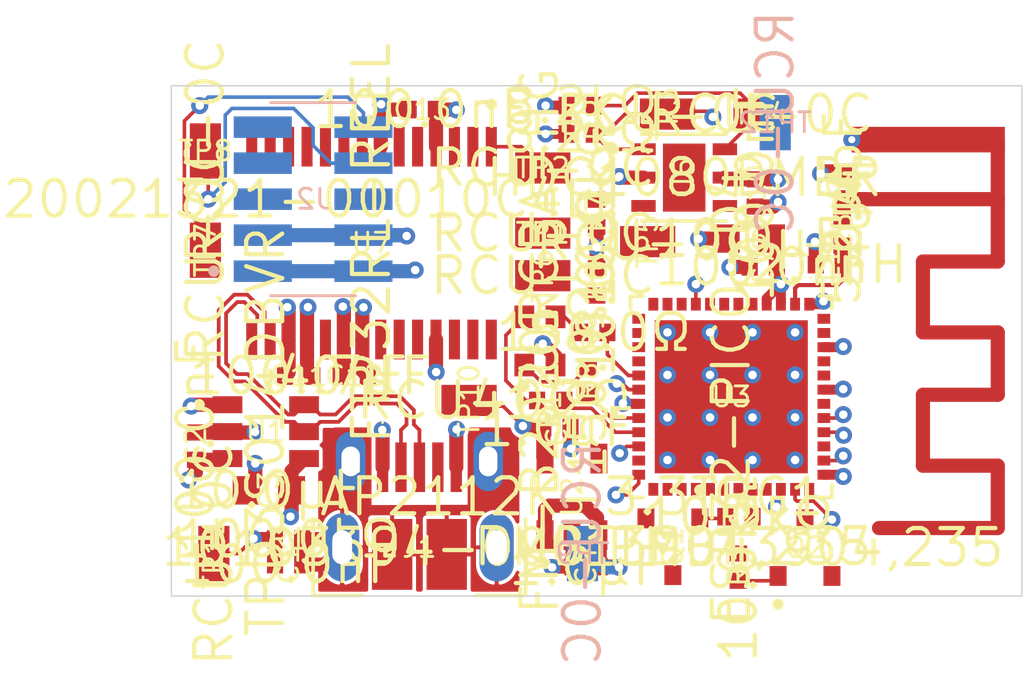
<source format=kicad_pcb>
(kicad_pcb (version 20171130) (host pcbnew 5.1.8-db9833491~88~ubuntu18.04.1)
  (layers (0 F.Cu signal) (1 In1.Cu signal) (2 In2.Cu signal) (31 B.Cu signal) (34 B.Paste user) (35 F.Paste user) (36 B.SilkS user) (37 F.SilkS user) (38 B.Mask user) (39 F.Mask user) (44 Edge.Cuts user))
  (net 0 "")
  (net 1 gnd)
  (net 2 P5V0)
  (net 3 P3V3)
  (net 4 H-I2C_sda)
  (net 5 H-I2C_scl)
  (net 6 proc_ESP-TX)
  (net 7 proc_ESP-RX)
  (net 8 usb_VBUS)
  (net 9 usb_D+)
  (net 10 usb_D-)
  (net 11 net_proc_uart_dtr)
  (net 12 net_proc_uart_rts)
  (net 13 "Net-(C1-Pad1)")
  (net 14 "Net-(C8-Pad1)")
  (net 15 "Net-(C8-Pad2)")
  (net 16 "Net-(C11-Pad2)")
  (net 17 "Net-(J1-Pad4)")
  (net 18 "Net-(J2-Pad5)")
  (net 19 "/2: g-sg-0, g-sg-3/PC-RESET")
  (net 20 "Net-(J2-Pad7)")
  (net 21 "/2: g-sg-0, g-sg-3/PC-RX")
  (net 22 "/2: g-sg-0, g-sg-3/PC-SET")
  (net 23 "/2: g-sg-0, g-sg-3/PC-TX")
  (net 24 "Net-(Q1-Pad1)")
  (net 25 "/2: g-sg-0, g-sg-3/net_proc_en")
  (net 26 "Net-(Q2-Pad1)")
  (net 27 "/2: g-sg-0, g-sg-3/proc_BOOT")
  (net 28 "Net-(R8-Pad1)")
  (net 29 "Net-(R8-Pad2)")
  (net 30 "Net-(R9-Pad1)")
  (net 31 "Net-(R9-Pad2)")
  (net 32 "Net-(R10-Pad1)")
  (net 33 "Net-(R10-Pad2)")
  (net 34 "Net-(U2-Pad4)")
  (net 35 "Net-(U3-Pad5)")
  (net 36 "Net-(U3-Pad6)")
  (net 37 "Net-(U3-Pad7)")
  (net 38 "Net-(U3-Pad8)")
  (net 39 "Net-(U3-Pad10)")
  (net 40 "Net-(U3-Pad11)")
  (net 41 "Net-(U3-Pad12)")
  (net 42 "Net-(U3-Pad13)")
  (net 43 "Net-(U3-Pad14)")
  (net 44 "Net-(U3-Pad15)")
  (net 45 "Net-(U3-Pad16)")
  (net 46 "Net-(U3-Pad25)")
  (net 47 "Net-(U3-Pad26)")
  (net 48 "Net-(U3-Pad27)")
  (net 49 "Net-(U3-Pad28)")
  (net 50 "Net-(U3-Pad29)")
  (net 51 "Net-(U3-Pad30)")
  (net 52 "Net-(U3-Pad31)")
  (net 53 "Net-(U3-Pad32)")
  (net 54 "Net-(U3-Pad33)")
  (net 55 "Net-(U3-Pad36)")
  (net 56 "Net-(U3-Pad39)")
  (net 57 "Net-(U3-Pad42)")
  (net 58 "Net-(U3-Pad44)")
  (net 59 "Net-(U3-Pad45)")
  (net 60 "Net-(U3-Pad47)")
  (net 61 "Net-(U3-Pad48)")
  (net 62 "Net-(U5-Pad3)")
  (net 63 "Net-(U5-Pad4)")
  (net 64 "Net-(U5-Pad7)")
  (net 65 "Net-(U7-Pad6)")
  (net 66 "Net-(U7-Pad8)")
  (net 67 "Net-(U7-Pad9)")
  (net 68 "Net-(U7-Pad10)")
  (net 69 "Net-(U7-Pad11)")
  (net 70 "Net-(U7-Pad12)")
  (net 71 "Net-(U7-Pad13)")
  (net 72 "Net-(U7-Pad14)")
  (net 73 "Net-(U7-Pad19)")
  (net 74 "Net-(U7-Pad22)")
  (net 75 "Net-(U7-Pad23)")
  (net 76 "Net-(U7-Pad24)")
  (net 77 "Net-(U7-Pad26)")
  (net 78 "Net-(U7-Pad27)")
  (net 79 "Net-(U7-Pad28)")
  (module BLE-mote:sop65-package$121 (layer F.Cu) (at 140.56 101.55 270)
    (fp_text reference U7 (at 0 0) (layer F.SilkS) (effects (font (size 0.7056 0.7056) (thickness 0.1))))
    (fp_text value FT232RL-REEL (at 0 0 90) (layer F.SilkS) (effects (font (size 1.27 1.27))))
    (pad 1 smd rect (at -3.4 -4.225 180) (size 0.39 1.4) (layers F.Cu) (net 7 proc_ESP-RX))
    (pad 2 smd rect (at -3.4 -3.575 180) (size 0.39 1.4) (layers F.Cu) (net 11 net_proc_uart_dtr))
    (pad 3 smd rect (at -3.4 -2.925 180) (size 0.39 1.4) (layers F.Cu) (net 12 net_proc_uart_rts))
    (pad 4 smd rect (at -3.4 -2.275 180) (size 0.39 1.4) (layers F.Cu) (net 2 P5V0))
    (pad 5 smd rect (at -3.4 -1.625 180) (size 0.39 1.4) (layers F.Cu) (net 6 proc_ESP-TX))
    (pad 6 smd rect (at -3.4 -0.975 180) (size 0.39 1.4) (layers F.Cu) (net 65 "Net-(U7-Pad6)"))
    (pad 7 smd rect (at -3.4 -0.325 180) (size 0.39 1.4) (layers F.Cu) (net 1 gnd))
    (pad 8 smd rect (at -3.4 0.325 180) (size 0.39 1.4) (layers F.Cu) (net 66 "Net-(U7-Pad8)"))
    (pad 9 smd rect (at -3.4 0.975 180) (size 0.39 1.4) (layers F.Cu) (net 67 "Net-(U7-Pad9)"))
    (pad 10 smd rect (at -3.4 1.625 180) (size 0.39 1.4) (layers F.Cu) (net 68 "Net-(U7-Pad10)"))
    (pad 11 smd rect (at -3.4 2.275 180) (size 0.39 1.4) (layers F.Cu) (net 69 "Net-(U7-Pad11)"))
    (pad 12 smd rect (at -3.4 2.925 180) (size 0.39 1.4) (layers F.Cu) (net 70 "Net-(U7-Pad12)"))
    (pad 13 smd rect (at -3.4 3.575 180) (size 0.39 1.4) (layers F.Cu) (net 71 "Net-(U7-Pad13)"))
    (pad 14 smd rect (at -3.4 4.225 180) (size 0.39 1.4) (layers F.Cu) (net 72 "Net-(U7-Pad14)"))
    (pad 15 smd rect (at 3.4 4.225) (size 0.39 1.4) (layers F.Cu) (net 9 usb_D+))
    (pad 16 smd rect (at 3.4 3.575) (size 0.39 1.4) (layers F.Cu) (net 10 usb_D-))
    (pad 17 smd rect (at 3.4 2.925) (size 0.39 1.4) (layers F.Cu) (net 16 "Net-(C11-Pad2)"))
    (pad 18 smd rect (at 3.4 2.275) (size 0.39 1.4) (layers F.Cu) (net 1 gnd))
    (pad 19 smd rect (at 3.4 1.625) (size 0.39 1.4) (layers F.Cu) (net 73 "Net-(U7-Pad19)"))
    (pad 20 smd rect (at 3.4 0.975) (size 0.39 1.4) (layers F.Cu) (net 2 P5V0))
    (pad 21 smd rect (at 3.4 0.325) (size 0.39 1.4) (layers F.Cu) (net 1 gnd))
    (pad 22 smd rect (at 3.4 -0.325) (size 0.39 1.4) (layers F.Cu) (net 74 "Net-(U7-Pad22)"))
    (pad 23 smd rect (at 3.4 -0.975) (size 0.39 1.4) (layers F.Cu) (net 75 "Net-(U7-Pad23)"))
    (pad 24 smd rect (at 3.4 -1.625) (size 0.39 1.4) (layers F.Cu) (net 76 "Net-(U7-Pad24)"))
    (pad 25 smd rect (at 3.4 -2.275) (size 0.39 1.4) (layers F.Cu) (net 1 gnd))
    (pad 26 smd rect (at 3.4 -2.925) (size 0.39 1.4) (layers F.Cu) (net 77 "Net-(U7-Pad26)"))
    (pad 27 smd rect (at 3.4 -3.575) (size 0.39 1.4) (layers F.Cu) (net 78 "Net-(U7-Pad27)"))
    (pad 28 smd rect (at 3.4 -4.225) (size 0.39 1.4) (layers F.Cu) (net 79 "Net-(U7-Pad28)"))
  )
  (module BLE-mote:dummy0 (layer F.Cu) (at 160.2 97.9)
    (fp_text reference "" (at 0 0) (layer F.SilkS) (effects (font (size 1.27 1.27))))
    (fp_text value "" (at 0 0) (layer F.SilkS) (effects (font (size 1.27 1.27))))
    (fp_poly (pts (xy -2.7 -0.45) (xy -2.7 0.45) (xy 2.7 0.45) (xy 2.7 -0.45)) (layer F.Cu) (width 0))
  )
  (module BLE-mote:amphenol-10103594-0001lf (layer F.Cu) (at 142.25 112.28)
    (fp_text reference J1 (at 0 0) (layer F.SilkS) (effects (font (size 0.7056 0.7056) (thickness 0.1))))
    (fp_text value 10103594-0001LF (at 0 0) (layer F.SilkS) (effects (font (size 1.27 1.27))))
    (pad 1 smd rect (at -1.3 -2.825) (size 0.4 1.75) (layers F.Cu) (net 8 usb_VBUS))
    (pad 2 smd rect (at -0.65 -2.825) (size 0.4 1.75) (layers F.Cu) (net 10 usb_D-))
    (pad 3 smd rect (at 0 -2.825) (size 0.4 1.75) (layers F.Cu) (net 9 usb_D+))
    (pad 4 smd rect (at 0.65 -2.825) (size 0.4 1.75) (layers F.Cu) (net 17 "Net-(J1-Pad4)"))
    (pad 5 smd rect (at 1.3 -2.825) (size 0.4 1.75) (layers F.Cu) (net 1 gnd))
    (pad 6 thru_hole oval (at -2.425 -3.03 90) (size 1.46 0.73) (drill oval 1.05 0.65) (layers *.Cu) (net 13 "Net-(C1-Pad1)"))
    (pad 7 thru_hole oval (at 2.425 -3.03 90) (size 1.46 0.73) (drill oval 1.05 0.65) (layers *.Cu) (net 13 "Net-(C1-Pad1)"))
    (pad 8 thru_hole oval (at -2.725 0 90) (size 2.4 1.2) (drill oval 1.2 0.7) (layers *.Cu) (net 13 "Net-(C1-Pad1)"))
    (pad 9 thru_hole oval (at 2.725 0 90) (size 2.4 1.2) (drill oval 1.2 0.7) (layers *.Cu) (net 13 "Net-(C1-Pad1)"))
    (pad 10 smd oval (at -2.425 -3.03 90) (size 2.1 1.05) (layers B.Cu) (net 13 "Net-(C1-Pad1)"))
    (pad 11 smd oval (at 2.425 -3.03 90) (size 2.1 1.05) (layers B.Cu) (net 13 "Net-(C1-Pad1)"))
    (pad 13 smd rect (at -0.9625 0.25) (size 1.425 2.5) (layers F.Cu) (net 13 "Net-(C1-Pad1)"))
    (pad 14 smd rect (at 0.9625 0.25) (size 1.425 2.5) (layers F.Cu) (net 13 "Net-(C1-Pad1)"))
  )
  (module BLE-mote:ipc-two-pin-package$39 (layer F.Cu) (at 137.63 111.99 180)
    (fp_text reference R1 (at 0 0) (layer F.SilkS) (effects (font (size 0.7056 0.7056) (thickness 0.1))))
    (fp_text value 100.0kΩ (at 0 0 180) (layer F.SilkS) (effects (font (size 1.27 1.27))))
    (pad 1 smd rect (at -0.48 0 180) (size 0.57 0.62) (layers F.Cu) (net 13 "Net-(C1-Pad1)"))
    (pad 2 smd rect (at 0.48 0 180) (size 0.57 0.62) (layers F.Cu) (net 1 gnd))
  )
  (module BLE-mote:ipc-two-pin-package$39 (layer F.Cu) (at 137.636965 112.889564 180)
    (fp_text reference C1 (at 0 0 90) (layer F.SilkS) (effects (font (size 0.7056 0.7056) (thickness 0.1))))
    (fp_text value 100.0nF (at 0 0) (layer F.SilkS) (effects (font (size 1.27 1.27))))
    (pad 1 smd rect (at -0.48 0 180) (size 0.57 0.62) (layers F.Cu) (net 13 "Net-(C1-Pad1)"))
    (pad 2 smd rect (at 0.48 0 180) (size 0.57 0.62) (layers F.Cu) (net 1 gnd))
  )
  (module BLE-mote:SOT95P280X145-6N (layer F.Cu) (at 136.83 108.2 270)
    (fp_text reference U1 (at 0 0) (layer F.SilkS) (effects (font (size 0.7056 0.7056) (thickness 0.1))))
    (fp_text value TPD3S014DBVR (at 0 0 90) (layer F.SilkS) (effects (font (size 1.27 1.27))))
    (pad 1 smd rect (at -0.95 1.35 270) (size 0.6 1.05) (layers F.Cu) (net 8 usb_VBUS))
    (pad 2 smd rect (at 0 1.35 270) (size 0.6 1.05) (layers F.Cu) (net 1 gnd))
    (pad 3 smd rect (at 0.95 1.35 270) (size 0.6 1.05) (layers F.Cu) (net 8 usb_VBUS))
    (pad 4 smd rect (at 0.95 -1.35 270) (size 0.6 1.05) (layers F.Cu) (net 2 P5V0))
    (pad 5 smd rect (at 0 -1.35 270) (size 0.6 1.05) (layers F.Cu) (net 10 usb_D-))
    (pad 6 smd rect (at -0.95 -1.35 270) (size 0.6 1.05) (layers F.Cu) (net 9 usb_D+))
  )
  (module BLE-mote:ipc-two-pin-package$39 (layer F.Cu) (at 134.36 108.71 90)
    (fp_text reference C2 (at 0 0 90) (layer F.SilkS) (effects (font (size 0.7056 0.7056) (thickness 0.1))))
    (fp_text value 100.0nF (at 0 0 270) (layer F.SilkS) (effects (font (size 1.27 1.27))))
    (pad 1 smd rect (at -0.48 0 90) (size 0.57 0.62) (layers F.Cu) (net 8 usb_VBUS))
    (pad 2 smd rect (at 0.48 0 90) (size 0.57 0.62) (layers F.Cu) (net 1 gnd))
  )
  (module BLE-mote:ipc-two-pin-package$51 (layer F.Cu) (at 136.94 110.27 180)
    (fp_text reference C3 (at 0 0 90) (layer F.SilkS) (effects (font (size 0.7056 0.7056) (thickness 0.1))))
    (fp_text value 10.0μF (at 0 0 180) (layer F.SilkS) (effects (font (size 1.27 1.27))))
    (pad 1 smd rect (at -0.8 0 180) (size 0.95 1) (layers F.Cu) (net 2 P5V0))
    (pad 2 smd rect (at 0.8 0 180) (size 0.95 1) (layers F.Cu) (net 1 gnd))
  )
  (module BLE-mote:SOT95P280X145-5N (layer F.Cu) (at 147.63 110.5)
    (fp_text reference U2 (at 0 0 90) (layer F.SilkS) (effects (font (size 0.7056 0.7056) (thickness 0.1))))
    (fp_text value AP2112K-3.3TRG1 (at 0 0) (layer F.SilkS) (effects (font (size 1.27 1.27))))
    (pad 1 smd rect (at -0.95 1.35) (size 0.6 1.05) (layers F.Cu) (net 2 P5V0))
    (pad 2 smd rect (at 0 1.35) (size 0.6 1.05) (layers F.Cu) (net 1 gnd))
    (pad 3 smd rect (at 0.95 1.35) (size 0.6 1.05) (layers F.Cu) (net 2 P5V0))
    (pad 4 smd rect (at 0.95 -1.35) (size 0.6 1.05) (layers F.Cu) (net 34 "Net-(U2-Pad4)"))
    (pad 5 smd rect (at -0.95 -1.35) (size 0.6 1.05) (layers F.Cu) (net 3 P3V3))
  )
  (module BLE-mote:ipc-two-pin-package$39 (layer F.Cu) (at 148.13 112.96)
    (fp_text reference C4 (at 0 0 90) (layer F.SilkS) (effects (font (size 0.7056 0.7056) (thickness 0.1))))
    (fp_text value 1.0μF (at 0 0) (layer F.SilkS) (effects (font (size 1.27 1.27))))
    (pad 1 smd rect (at -0.48 0) (size 0.57 0.62) (layers F.Cu) (net 1 gnd))
    (pad 2 smd rect (at 0.48 0) (size 0.57 0.62) (layers F.Cu) (net 2 P5V0))
  )
  (module BLE-mote:ipc-two-pin-package$39 (layer F.Cu) (at 147.1 108.06 180)
    (fp_text reference C5 (at 0 0 90) (layer F.SilkS) (effects (font (size 0.7056 0.7056) (thickness 0.1))))
    (fp_text value 1.0μF (at 0 0 180) (layer F.SilkS) (effects (font (size 1.27 1.27))))
    (pad 1 smd rect (at -0.48 0 180) (size 0.57 0.62) (layers F.Cu) (net 1 gnd))
    (pad 2 smd rect (at 0.48 0 180) (size 0.57 0.62) (layers F.Cu) (net 3 P3V3))
  )
  (module BLE-mote:pqfn50p700x700x104-49n (layer F.Cu) (at 153.25 106.97 270)
    (fp_text reference U3 (at 0 0) (layer F.SilkS) (effects (font (size 0.7056 0.7056) (thickness 0.1))))
    (fp_text value ESP32-PICO-D4 (at 0 0 270) (layer F.SilkS) (effects (font (size 1.27 1.27))))
    (pad 1 smd rect (at -3.265 -2.75 270) (size 0.45 0.35) (layers F.Cu) (net 3 P3V3))
    (pad 2 smd rect (at -3.265 -2.25 270) (size 0.45 0.35) (layers F.Cu) (net 14 "Net-(C8-Pad1)"))
    (pad 3 smd rect (at -3.265 -1.75 270) (size 0.45 0.35) (layers F.Cu) (net 3 P3V3))
    (pad 4 smd rect (at -3.265 -1.25 270) (size 0.45 0.35) (layers F.Cu) (net 3 P3V3))
    (pad 5 smd rect (at -3.265 -0.75 270) (size 0.45 0.35) (layers F.Cu) (net 35 "Net-(U3-Pad5)"))
    (pad 6 smd rect (at -3.265 -0.25 270) (size 0.45 0.35) (layers F.Cu) (net 36 "Net-(U3-Pad6)"))
    (pad 7 smd rect (at -3.265 0.25 270) (size 0.45 0.35) (layers F.Cu) (net 37 "Net-(U3-Pad7)"))
    (pad 8 smd rect (at -3.265 0.75 270) (size 0.45 0.35) (layers F.Cu) (net 38 "Net-(U3-Pad8)"))
    (pad 9 smd rect (at -3.265 1.25 270) (size 0.45 0.35) (layers F.Cu) (net 25 "/2: g-sg-0, g-sg-3/net_proc_en"))
    (pad 10 smd rect (at -3.265 1.75 270) (size 0.45 0.35) (layers F.Cu) (net 39 "Net-(U3-Pad10)"))
    (pad 11 smd rect (at -3.265 2.25 270) (size 0.45 0.35) (layers F.Cu) (net 40 "Net-(U3-Pad11)"))
    (pad 12 smd rect (at -3.265 2.75 270) (size 0.45 0.35) (layers F.Cu) (net 41 "Net-(U3-Pad12)"))
    (pad 13 smd rect (at -2.75 3.265 270) (size 0.35 0.45) (layers F.Cu) (net 42 "Net-(U3-Pad13)"))
    (pad 14 smd rect (at -2.25 3.265 270) (size 0.35 0.45) (layers F.Cu) (net 43 "Net-(U3-Pad14)"))
    (pad 15 smd rect (at -1.75 3.265 270) (size 0.35 0.45) (layers F.Cu) (net 44 "Net-(U3-Pad15)"))
    (pad 16 smd rect (at -1.25 3.265 270) (size 0.35 0.45) (layers F.Cu) (net 45 "Net-(U3-Pad16)"))
    (pad 17 smd rect (at -0.75 3.265 270) (size 0.35 0.45) (layers F.Cu) (net 30 "Net-(R9-Pad1)"))
    (pad 18 smd rect (at -0.25 3.265 270) (size 0.35 0.45) (layers F.Cu) (net 4 H-I2C_sda))
    (pad 19 smd rect (at 0.25 3.265 270) (size 0.35 0.45) (layers F.Cu) (net 3 P3V3))
    (pad 20 smd rect (at 0.75 3.265 270) (size 0.35 0.45) (layers F.Cu) (net 28 "Net-(R8-Pad1)"))
    (pad 21 smd rect (at 1.25 3.265 270) (size 0.35 0.45) (layers F.Cu) (net 32 "Net-(R10-Pad1)"))
    (pad 22 smd rect (at 1.75 3.265 270) (size 0.35 0.45) (layers F.Cu) (net 23 "/2: g-sg-0, g-sg-3/PC-TX"))
    (pad 23 smd rect (at 2.25 3.265 270) (size 0.35 0.45) (layers F.Cu) (net 27 "/2: g-sg-0, g-sg-3/proc_BOOT"))
    (pad 24 smd rect (at 2.75 3.265 270) (size 0.35 0.45) (layers F.Cu) (net 21 "/2: g-sg-0, g-sg-3/PC-RX"))
    (pad 25 smd rect (at 3.265 2.75 270) (size 0.45 0.35) (layers F.Cu) (net 46 "Net-(U3-Pad25)"))
    (pad 26 smd rect (at 3.265 2.25 270) (size 0.45 0.35) (layers F.Cu) (net 47 "Net-(U3-Pad26)"))
    (pad 27 smd rect (at 3.265 1.75 270) (size 0.45 0.35) (layers F.Cu) (net 48 "Net-(U3-Pad27)"))
    (pad 28 smd rect (at 3.265 1.25 270) (size 0.45 0.35) (layers F.Cu) (net 49 "Net-(U3-Pad28)"))
    (pad 29 smd rect (at 3.265 0.75 270) (size 0.45 0.35) (layers F.Cu) (net 50 "Net-(U3-Pad29)"))
    (pad 30 smd rect (at 3.265 0.25 270) (size 0.45 0.35) (layers F.Cu) (net 51 "Net-(U3-Pad30)"))
    (pad 31 smd rect (at 3.265 -0.25 270) (size 0.45 0.35) (layers F.Cu) (net 52 "Net-(U3-Pad31)"))
    (pad 32 smd rect (at 3.265 -0.75 270) (size 0.45 0.35) (layers F.Cu) (net 53 "Net-(U3-Pad32)"))
    (pad 33 smd rect (at 3.265 -1.25 270) (size 0.45 0.35) (layers F.Cu) (net 54 "Net-(U3-Pad33)"))
    (pad 34 smd rect (at 3.265 -1.75 270) (size 0.45 0.35) (layers F.Cu) (net 5 H-I2C_scl))
    (pad 35 smd rect (at 3.265 -2.25 270) (size 0.45 0.35) (layers F.Cu) (net 19 "/2: g-sg-0, g-sg-3/PC-RESET"))
    (pad 36 smd rect (at 3.265 -2.75 270) (size 0.45 0.35) (layers F.Cu) (net 55 "Net-(U3-Pad36)"))
    (pad 37 smd rect (at 2.75 -3.265 270) (size 0.35 0.45) (layers F.Cu) (net 3 P3V3))
    (pad 38 smd rect (at 2.25 -3.265 270) (size 0.35 0.45) (layers F.Cu) (net 22 "/2: g-sg-0, g-sg-3/PC-SET"))
    (pad 39 smd rect (at 1.75 -3.265 270) (size 0.35 0.45) (layers F.Cu) (net 56 "Net-(U3-Pad39)"))
    (pad 40 smd rect (at 1.25 -3.265 270) (size 0.35 0.45) (layers F.Cu) (net 7 proc_ESP-RX))
    (pad 41 smd rect (at 0.75 -3.265 270) (size 0.35 0.45) (layers F.Cu) (net 6 proc_ESP-TX))
    (pad 42 smd rect (at 0.25 -3.265 270) (size 0.35 0.45) (layers F.Cu) (net 57 "Net-(U3-Pad42)"))
    (pad 43 smd rect (at -0.25 -3.265 270) (size 0.35 0.45) (layers F.Cu) (net 3 P3V3))
    (pad 44 smd rect (at -0.75 -3.265 270) (size 0.35 0.45) (layers F.Cu) (net 58 "Net-(U3-Pad44)"))
    (pad 45 smd rect (at -1.25 -3.265 270) (size 0.35 0.45) (layers F.Cu) (net 59 "Net-(U3-Pad45)"))
    (pad 46 smd rect (at -1.75 -3.265 270) (size 0.35 0.45) (layers F.Cu) (net 3 P3V3))
    (pad 47 smd rect (at -2.25 -3.265 270) (size 0.35 0.45) (layers F.Cu) (net 60 "Net-(U3-Pad47)"))
    (pad 48 smd rect (at -2.75 -3.265 270) (size 0.35 0.45) (layers F.Cu) (net 61 "Net-(U3-Pad48)"))
    (pad 49 smd rect (at 0 0 270) (size 5.4 5.4) (layers F.Cu) (net 1 gnd))
  )
  (module BLE-mote:ipc-two-pin-package$51 (layer F.Cu) (at 153.87 101.39)
    (fp_text reference C6 (at 0 0) (layer F.SilkS) (effects (font (size 0.7056 0.7056) (thickness 0.1))))
    (fp_text value 10.0μF (at 0 0) (layer F.SilkS) (effects (font (size 1.27 1.27))))
    (pad 1 smd rect (at -0.8 0) (size 0.95 1) (layers F.Cu) (net 1 gnd))
    (pad 2 smd rect (at 0.8 0) (size 0.95 1) (layers F.Cu) (net 3 P3V3))
  )
  (module BLE-mote:ipc-two-pin-package$39 (layer F.Cu) (at 154.38 102.39)
    (fp_text reference C7 (at 0 0 90) (layer F.SilkS) (effects (font (size 0.7056 0.7056) (thickness 0.1))))
    (fp_text value 100.0nF (at 0 0) (layer F.SilkS) (effects (font (size 1.27 1.27))))
    (pad 1 smd rect (at -0.48 0) (size 0.57 0.62) (layers F.Cu) (net 1 gnd))
    (pad 2 smd rect (at 0.48 0) (size 0.57 0.62) (layers F.Cu) (net 3 P3V3))
  )
  (module BLE-mote:SOT95P280X100-3N (layer F.Cu) (at 151.19 112.26 180)
    (fp_text reference Q1 (at 0 0 90) (layer F.SilkS) (effects (font (size 0.7056 0.7056) (thickness 0.1))))
    (fp_text value PMBT3904,235 (at 0 0 180) (layer F.SilkS) (effects (font (size 1.27 1.27))))
    (pad 1 smd rect (at -0.95 1 180) (size 0.6 0.7) (layers F.Cu) (net 24 "Net-(Q1-Pad1)"))
    (pad 2 smd rect (at 0.95 1 180) (size 0.6 0.7) (layers F.Cu) (net 12 net_proc_uart_rts))
    (pad 3 smd rect (at 0 -1 180) (size 0.6 0.7) (layers F.Cu) (net 25 "/2: g-sg-0, g-sg-3/net_proc_en"))
  )
  (module BLE-mote:SOT95P280X100-3N (layer F.Cu) (at 155.85 112.29)
    (fp_text reference Q2 (at 0 0) (layer F.SilkS) (effects (font (size 0.7056 0.7056) (thickness 0.1))))
    (fp_text value PMBT3904,235 (at 0 0) (layer F.SilkS) (effects (font (size 1.27 1.27))))
    (pad 1 smd rect (at -0.95 1) (size 0.6 0.7) (layers F.Cu) (net 26 "Net-(Q2-Pad1)"))
    (pad 2 smd rect (at 0.95 1) (size 0.6 0.7) (layers F.Cu) (net 11 net_proc_uart_dtr))
    (pad 3 smd rect (at 0 -1) (size 0.6 0.7) (layers F.Cu) (net 27 "/2: g-sg-0, g-sg-3/proc_BOOT"))
  )
  (module BLE-mote:ipc-two-pin-package$39 (layer F.Cu) (at 153.52 111.2 180)
    (fp_text reference R2 (at 0 0) (layer F.SilkS) (effects (font (size 0.7056 0.7056) (thickness 0.1))))
    (fp_text value 10.0kΩ (at 0 0 180) (layer F.SilkS) (effects (font (size 1.27 1.27))))
    (pad 1 smd rect (at -0.48 0 180) (size 0.57 0.62) (layers F.Cu) (net 11 net_proc_uart_dtr))
    (pad 2 smd rect (at 0.48 0 180) (size 0.57 0.62) (layers F.Cu) (net 24 "Net-(Q1-Pad1)"))
  )
  (module BLE-mote:ipc-two-pin-package$39 (layer F.Cu) (at 153.5 112.98 270)
    (fp_text reference R3 (at 0 0 90) (layer F.SilkS) (effects (font (size 0.7056 0.7056) (thickness 0.1))))
    (fp_text value 10.0kΩ (at 0 0 90) (layer F.SilkS) (effects (font (size 1.27 1.27))))
    (pad 1 smd rect (at -0.48 0 270) (size 0.57 0.62) (layers F.Cu) (net 12 net_proc_uart_rts))
    (pad 2 smd rect (at 0.48 0 270) (size 0.57 0.62) (layers F.Cu) (net 26 "Net-(Q2-Pad1)"))
  )
  (module BLE-mote:ant-2GHz4-inverted-f-geom (layer F.Cu) (at 157.5 100 270)
    (fp_text reference U4 (at 0 0 270) (layer F.SilkS) (effects (font (size 1.27 1.27))))
    (fp_text value ~ (at 0 0 270) (layer F.SilkS) (effects (font (size 1.27 1.27))))
    (pad launch smd rect (at 0 -0.25 270) (size 0.5 0.5) (layers F.Cu) (net 15 "Net-(C8-Pad2)"))
    (pad gnd smd rect (at -2.1 -0.25 270) (size 0.9 0.5) (layers F.Cu) (net 1 gnd))
  )
  (module BLE-mote:ipc-two-pin-package$39 (layer F.Cu) (at 157.16 101.16 90)
    (fp_text reference C8 (at 0 0 90) (layer F.SilkS) (effects (font (size 0.7056 0.7056) (thickness 0.1))))
    (fp_text value 5.6pF (at 0 0 90) (layer F.SilkS) (effects (font (size 1.27 1.27))))
    (pad 1 smd rect (at -0.48 0 90) (size 0.57 0.62) (layers F.Cu) (net 14 "Net-(C8-Pad1)"))
    (pad 2 smd rect (at 0.48 0 90) (size 0.57 0.62) (layers F.Cu) (net 15 "Net-(C8-Pad2)"))
  )
  (module BLE-mote:ipc-two-pin-package$39 (layer F.Cu) (at 157.2 99.5 270)
    (fp_text reference C9 (at 0 0) (layer F.SilkS) (effects (font (size 0.7056 0.7056) (thickness 0.1))))
    (fp_text value 2.4pF (at 0 0 270) (layer F.SilkS) (effects (font (size 1.27 1.27))))
    (pad 1 smd rect (at -0.48 0 270) (size 0.57 0.62) (layers F.Cu) (net 1 gnd))
    (pad 2 smd rect (at 0.48 0 270) (size 0.57 0.62) (layers F.Cu) (net 15 "Net-(C8-Pad2)"))
  )
  (module BLE-mote:ipc-two-pin-package$39 (layer F.Cu) (at 156.71 102.31)
    (fp_text reference L1 (at 0 0 -270) (layer F.SilkS) (effects (font (size 0.7056 0.7056) (thickness 0.1))))
    (fp_text value 2.7nH (at 0 0 180) (layer F.SilkS) (effects (font (size 1.27 1.27))))
    (pad 1 smd rect (at -0.48 0) (size 0.57 0.62) (layers F.Cu) (net 1 gnd))
    (pad 2 smd rect (at 0.48 0) (size 0.57 0.62) (layers F.Cu) (net 14 "Net-(C8-Pad1)"))
  )
  (module BLE-mote:son100p300x300x80-7n (layer F.Cu) (at 151.589 99.23993)
    (fp_text reference U5 (at 0 0 -270) (layer F.SilkS) (effects (font (size 0.7056 0.7056) (thickness 0.1))))
    (fp_text value HDC1080DMBR (at 0 0 180) (layer F.SilkS) (effects (font (size 1.27 1.27))))
    (pad 1 smd rect (at -1.435 -1) (size 0.86 0.42) (layers F.Cu) (net 4 H-I2C_sda))
    (pad 2 smd rect (at -1.435 0) (size 0.86 0.42) (layers F.Cu) (net 1 gnd))
    (pad 3 smd rect (at -1.435 1) (size 0.86 0.42) (layers F.Cu) (net 62 "Net-(U5-Pad3)"))
    (pad 4 smd rect (at 1.435 1) (size 0.86 0.42) (layers F.Cu) (net 63 "Net-(U5-Pad4)"))
    (pad 5 smd rect (at 1.435 0) (size 0.86 0.42) (layers F.Cu) (net 3 P3V3))
    (pad 6 smd rect (at 1.435 -1) (size 0.86 0.42) (layers F.Cu) (net 5 H-I2C_scl))
    (pad 7 smd rect (at 0 0) (size 1.5 2.4) (layers F.Cu) (net 64 "Net-(U5-Pad7)"))
  )
  (module BLE-mote:ipc-two-pin-package$39 (layer F.Cu) (at 154.1 99.78 90)
    (fp_text reference C10 (at 0 0 90) (layer F.SilkS) (effects (font (size 0.7056 0.7056) (thickness 0.1))))
    (fp_text value 100.0nF (at 0 0 270) (layer F.SilkS) (effects (font (size 1.27 1.27))))
    (pad 1 smd rect (at -0.48 0 90) (size 0.57 0.62) (layers F.Cu) (net 1 gnd))
    (pad 2 smd rect (at 0.48 0 90) (size 0.57 0.62) (layers F.Cu) (net 3 P3V3))
  )
  (module BLE-mote:ipc-two-pin-package$39 (layer F.Cu) (at 147.92 97.7 180)
    (fp_text reference R4 (at 0 0) (layer F.SilkS) (effects (font (size 0.7056 0.7056) (thickness 0.1))))
    (fp_text value 8.2kΩ (at 0 0 180) (layer F.SilkS) (effects (font (size 1.27 1.27))))
    (pad 1 smd rect (at -0.48 0 180) (size 0.57 0.62) (layers F.Cu) (net 4 H-I2C_sda))
    (pad 2 smd rect (at 0.48 0 180) (size 0.57 0.62) (layers F.Cu) (net 3 P3V3))
  )
  (module BLE-mote:ipc-two-pin-package$39 (layer F.Cu) (at 147.92 96.7 180)
    (fp_text reference R5 (at 0 0) (layer F.SilkS) (effects (font (size 0.7056 0.7056) (thickness 0.1))))
    (fp_text value 8.2kΩ (at 0 0 180) (layer F.SilkS) (effects (font (size 1.27 1.27))))
    (pad 1 smd rect (at -0.48 0 180) (size 0.57 0.62) (layers F.Cu) (net 5 H-I2C_scl))
    (pad 2 smd rect (at 0.48 0 180) (size 0.57 0.62) (layers F.Cu) (net 3 P3V3))
  )
  (module BLE-mote:amphenol-minitek127-pkg$89 (layer B.Cu) (at 138.5 100 180)
    (fp_text reference J2 (at 0 0) (layer B.SilkS) (effects (font (size 0.7056 0.7056) (thickness 0.1)) (justify mirror)))
    (fp_text value 20021321-00010C4LF (at 0 0 180) (layer F.SilkS) (effects (font (size 1.27 1.27))))
    (pad 1 smd rect (at 1.775 -2.54 180) (size 2.05 0.76) (layers B.Cu) (net 2 P5V0))
    (pad 2 smd rect (at -1.775 -2.54 180) (size 2.05 0.76) (layers B.Cu) (net 2 P5V0))
    (pad 3 smd rect (at 1.775 -1.27 180) (size 2.05 0.76) (layers B.Cu) (net 1 gnd))
    (pad 4 smd rect (at -1.775 -1.27 180) (size 2.05 0.76) (layers B.Cu) (net 1 gnd))
    (pad 5 smd rect (at 1.775 0 180) (size 2.05 0.76) (layers B.Cu) (net 18 "Net-(J2-Pad5)"))
    (pad 6 smd rect (at -1.775 0 180) (size 2.05 0.76) (layers B.Cu) (net 19 "/2: g-sg-0, g-sg-3/PC-RESET"))
    (pad 7 smd rect (at 1.775 1.27 180) (size 2.05 0.76) (layers B.Cu) (net 20 "Net-(J2-Pad7)"))
    (pad 8 smd rect (at -1.775 1.27 180) (size 2.05 0.76) (layers B.Cu) (net 21 "/2: g-sg-0, g-sg-3/PC-RX"))
    (pad 9 smd rect (at 1.775 2.54 180) (size 2.05 0.76) (layers B.Cu) (net 22 "/2: g-sg-0, g-sg-3/PC-SET"))
    (pad 10 smd rect (at -1.775 2.54 180) (size 2.05 0.76) (layers B.Cu) (net 23 "/2: g-sg-0, g-sg-3/PC-TX"))
  )
  (module BLE-mote:ipc-two-pin-package$39 (layer F.Cu) (at 148.5 102.92 270)
    (fp_text reference R6 (at 0 0 90) (layer F.SilkS) (effects (font (size 0.7056 0.7056) (thickness 0.1))))
    (fp_text value 10.0kΩ (at 0 0 90) (layer F.SilkS) (effects (font (size 1.27 1.27))))
    (pad 1 smd rect (at -0.48 0 270) (size 0.57 0.62) (layers F.Cu) (net 3 P3V3))
    (pad 2 smd rect (at 0.48 0 270) (size 0.57 0.62) (layers F.Cu) (net 22 "/2: g-sg-0, g-sg-3/PC-SET"))
  )
  (module BLE-mote:ipc-two-pin-package$39 (layer F.Cu) (at 148.5 100.5 90)
    (fp_text reference R7 (at 0 0 90) (layer F.SilkS) (effects (font (size 0.7056 0.7056) (thickness 0.1))))
    (fp_text value 10.0kΩ (at 0 0 270) (layer F.SilkS) (effects (font (size 1.27 1.27))))
    (pad 1 smd rect (at -0.48 0 90) (size 0.57 0.62) (layers F.Cu) (net 3 P3V3))
    (pad 2 smd rect (at 0.48 0 90) (size 0.57 0.62) (layers F.Cu) (net 19 "/2: g-sg-0, g-sg-3/PC-RESET"))
  )
  (module BLE-mote:rgb-2020 (layer F.Cu) (at 146.5 105 90)
    (fp_text reference U6 (at 0 0 270) (layer F.SilkS) (effects (font (size 1.27 1.27))))
    (fp_text value FM-B2020RGBA-HG (at 0 0 270) (layer F.SilkS) (effects (font (size 1.27 1.27))))
    (pad 1 smd rect (at -0.85 -0.55 90) (size 0.8 0.7) (layers F.Cu) (net 29 "Net-(R8-Pad2)"))
    (pad 2 smd rect (at 0.85 -0.55 90) (size 0.8 0.7) (layers F.Cu) (net 33 "Net-(R10-Pad2)"))
    (pad 3 smd rect (at -0.85 0.55 90) (size 0.8 0.7) (layers F.Cu) (net 3 P3V3))
    (pad 4 smd rect (at 0.85 0.55 90) (size 0.8 0.7) (layers F.Cu) (net 31 "Net-(R9-Pad2)"))
  )
  (module BLE-mote:ipc-two-pin-package$39 (layer F.Cu) (at 148.2 106.42 90)
    (fp_text reference R8 (at 0 0 90) (layer F.SilkS) (effects (font (size 0.7056 0.7056) (thickness 0.1))))
    (fp_text value 150.0Ω (at 0 0 90) (layer F.SilkS) (effects (font (size 1.27 1.27))))
    (pad 1 smd rect (at -0.48 0 90) (size 0.57 0.62) (layers F.Cu) (net 28 "Net-(R8-Pad1)"))
    (pad 2 smd rect (at 0.48 0 90) (size 0.57 0.62) (layers F.Cu) (net 29 "Net-(R8-Pad2)"))
  )
  (module BLE-mote:ipc-two-pin-package$39 (layer F.Cu) (at 148.4 104.7 180)
    (fp_text reference R9 (at 0 0 90) (layer F.SilkS) (effects (font (size 0.7056 0.7056) (thickness 0.1))))
    (fp_text value 150.0Ω (at 0 0) (layer F.SilkS) (effects (font (size 1.27 1.27))))
    (pad 1 smd rect (at -0.48 0 180) (size 0.57 0.62) (layers F.Cu) (net 30 "Net-(R9-Pad1)"))
    (pad 2 smd rect (at 0.48 0 180) (size 0.57 0.62) (layers F.Cu) (net 31 "Net-(R9-Pad2)"))
  )
  (module BLE-mote:ipc-two-pin-package$39 (layer F.Cu) (at 146.88 107.1 180)
    (fp_text reference R10 (at 0 0 90) (layer F.SilkS) (effects (font (size 0.7056 0.7056) (thickness 0.1))))
    (fp_text value 41.2Ω (at 0 0) (layer F.SilkS) (effects (font (size 1.27 1.27))))
    (pad 1 smd rect (at -0.48 0 180) (size 0.57 0.62) (layers F.Cu) (net 32 "Net-(R10-Pad1)"))
    (pad 2 smd rect (at 0.48 0 180) (size 0.57 0.62) (layers F.Cu) (net 33 "Net-(R10-Pad2)"))
  )
  (module BLE-mote:rc-package (layer F.Cu) (at 146.6 101.2)
    (fp_text reference TP1 (at 0 0) (layer F.SilkS) (effects (font (size 0.7056 0.7056) (thickness 0.1))))
    (fp_text value RCU-0C (at 0 0) (layer F.SilkS) (effects (font (size 1.27 1.27))))
    (pad p smd rect (at 0 0) (size 1.95 1.1) (layers F.Cu) (net 6 proc_ESP-TX))
  )
  (module BLE-mote:rc-package (layer F.Cu) (at 146.6 98.9 180)
    (fp_text reference TP2 (at 0 0) (layer F.SilkS) (effects (font (size 0.7056 0.7056) (thickness 0.1))))
    (fp_text value RCU-0C (at 0 0 180) (layer F.SilkS) (effects (font (size 1.27 1.27))))
    (pad p smd rect (at 0 0 180) (size 1.95 1.1) (layers F.Cu) (net 7 proc_ESP-RX))
  )
  (module BLE-mote:rc-package (layer F.Cu) (at 151 97)
    (fp_text reference TP3 (at 0 0 -270) (layer F.SilkS) (effects (font (size 0.7056 0.7056) (thickness 0.1))))
    (fp_text value RCU-0C (at 0 0 180) (layer F.SilkS) (effects (font (size 1.27 1.27))))
    (pad p smd rect (at 0 0) (size 1.95 1.1) (layers F.Cu) (net 4 H-I2C_sda))
  )
  (module BLE-mote:rc-package (layer F.Cu) (at 154.3 97)
    (fp_text reference TP4 (at 0 0) (layer F.SilkS) (effects (font (size 0.7056 0.7056) (thickness 0.1))))
    (fp_text value RCU-0C (at 0 0) (layer F.SilkS) (effects (font (size 1.27 1.27))))
    (pad p smd rect (at 0 0) (size 1.95 1.1) (layers F.Cu) (net 5 H-I2C_scl))
  )
  (module BLE-mote:rc-package (layer F.Cu) (at 150.3 101.5 180)
    (fp_text reference TP5 (at 0 0 90) (layer F.SilkS) (effects (font (size 0.7056 0.7056) (thickness 0.1))))
    (fp_text value RCU-0C (at 0 0) (layer F.SilkS) (effects (font (size 1.27 1.27))))
    (pad p smd rect (at 0 0 180) (size 1.95 1.1) (layers F.Cu) (net 25 "/2: g-sg-0, g-sg-3/net_proc_en"))
  )
  (module BLE-mote:rc-package (layer F.Cu) (at 146.6 102.7 180)
    (fp_text reference TP6 (at 0 0 90) (layer F.SilkS) (effects (font (size 0.7056 0.7056) (thickness 0.1))))
    (fp_text value RCU-0C (at 0 0) (layer F.SilkS) (effects (font (size 1.27 1.27))))
    (pad p smd rect (at 0 0 180) (size 1.95 1.1) (layers F.Cu) (net 27 "/2: g-sg-0, g-sg-3/proc_BOOT"))
  )
  (module BLE-mote:rc-package (layer F.Cu) (at 134.7 101.8 90)
    (fp_text reference TP7 (at 0 0 90) (layer F.SilkS) (effects (font (size 0.7056 0.7056) (thickness 0.1))))
    (fp_text value RCU-0C (at 0 0 90) (layer F.SilkS) (effects (font (size 1.27 1.27))))
    (pad p smd rect (at 0 0 90) (size 1.95 1.1) (layers F.Cu) (net 23 "/2: g-sg-0, g-sg-3/PC-TX"))
  )
  (module BLE-mote:rc-package (layer F.Cu) (at 134.7 98.3 270)
    (fp_text reference TP8 (at 0 0) (layer F.SilkS) (effects (font (size 0.7056 0.7056) (thickness 0.1))))
    (fp_text value RCU-0C (at 0 0 270) (layer F.SilkS) (effects (font (size 1.27 1.27))))
    (pad p smd rect (at 0 0 270) (size 1.95 1.1) (layers F.Cu) (net 21 "/2: g-sg-0, g-sg-3/PC-RX"))
  )
  (module BLE-mote:rc-package (layer B.Cu) (at 148 112.5 90)
    (fp_text reference TP9 (at 0 0) (layer B.SilkS) (effects (font (size 0.7056 0.7056) (thickness 0.1)) (justify mirror)))
    (fp_text value RCU-0C (at 0 0 90) (layer B.SilkS) (effects (font (size 1.27 1.27)) (justify mirror)))
    (pad p smd rect (at 0 0 90) (size 1.95 1.1) (layers B.Cu) (net 2 P5V0))
  )
  (module BLE-mote:rc-package (layer F.Cu) (at 144 107.1 180)
    (fp_text reference TP10 (at 0 0 90) (layer F.SilkS) (effects (font (size 0.7056 0.7056) (thickness 0.1))))
    (fp_text value RCU-0C (at 0 0) (layer F.SilkS) (effects (font (size 1.27 1.27))))
    (pad p smd rect (at 0 0 180) (size 1.95 1.1) (layers F.Cu) (net 3 P3V3))
  )
  (module BLE-mote:rc-package (layer F.Cu) (at 135 112.5 270)
    (fp_text reference TP11 (at 0 0 90) (layer F.SilkS) (effects (font (size 0.7056 0.7056) (thickness 0.1))))
    (fp_text value RCU-0C (at 0 0 270) (layer F.SilkS) (effects (font (size 1.27 1.27))))
    (pad p smd rect (at 0 0 270) (size 1.95 1.1) (layers F.Cu) (net 1 gnd))
  )
  (module BLE-mote:rc-package (layer B.Cu) (at 154.8 97.3 90)
    (fp_text reference TP12 (at 0 0) (layer B.SilkS) (effects (font (size 0.7056 0.7056) (thickness 0.1)) (justify mirror)))
    (fp_text value RCU-0C (at 0 0 90) (layer B.SilkS) (effects (font (size 1.27 1.27)) (justify mirror)))
    (pad p smd rect (at 0 0 90) (size 1.95 1.1) (layers B.Cu) (net 1 gnd))
  )
  (module BLE-mote:ipc-two-pin-package$39 (layer F.Cu) (at 137.99 106.24 180)
    (fp_text reference C11 (at 0 0) (layer F.SilkS) (effects (font (size 0.7056 0.7056) (thickness 0.1))))
    (fp_text value 100.0nF (at 0 0) (layer F.SilkS) (effects (font (size 1.27 1.27))))
    (pad 1 smd rect (at -0.48 0 180) (size 0.57 0.62) (layers F.Cu) (net 1 gnd))
    (pad 2 smd rect (at 0.48 0 180) (size 0.57 0.62) (layers F.Cu) (net 16 "Net-(C11-Pad2)"))
  )
  (module BLE-mote:ipc-two-pin-package$39 (layer F.Cu) (at 139.95 106.24 180)
    (fp_text reference C12 (at 0 0) (layer F.SilkS) (effects (font (size 0.7056 0.7056) (thickness 0.1))))
    (fp_text value 4.7μF (at 0 0 180) (layer F.SilkS) (effects (font (size 1.27 1.27))))
    (pad 1 smd rect (at -0.48 0 180) (size 0.57 0.62) (layers F.Cu) (net 1 gnd))
    (pad 2 smd rect (at 0.48 0 180) (size 0.57 0.62) (layers F.Cu) (net 2 P5V0))
  )
  (module BLE-mote:ipc-two-pin-package$39 (layer F.Cu) (at 142.35 96.84)
    (fp_text reference C13 (at 0 0) (layer F.SilkS) (effects (font (size 0.7056 0.7056) (thickness 0.1))))
    (fp_text value 100.0nF (at 0 0) (layer F.SilkS) (effects (font (size 1.27 1.27))))
    (pad 1 smd rect (at -0.48 0) (size 0.57 0.62) (layers F.Cu) (net 1 gnd))
    (pad 2 smd rect (at 0.48 0) (size 0.57 0.62) (layers F.Cu) (net 2 P5V0))
  )
  (gr_line (start 133.5 114) (end 163.5 114) (layer Edge.Cuts) (width 0.05))
  (gr_line (start 163.5 114) (end 163.5 96) (layer Edge.Cuts) (width 0.05))
  (gr_line (start 163.5 96) (end 133.5 96) (layer Edge.Cuts) (width 0.05))
  (gr_line (start 133.5 96) (end 133.5 114) (layer Edge.Cuts) (width 0.05))
  (via (at 151 109.2) (size 0.6) (drill 0.3) (layers F.Cu B.Cu) (net 1))
  (segment (start 162.65 97.9) (end 162.65 102.2) (width 0.5) (layer F.Cu) (net 15))
  (segment (start 162.65 102.2) (end 160.01 102.2) (width 0.5) (layer F.Cu) (net 15))
  (segment (start 160.01 102.2) (end 160.01 104.7) (width 0.5) (layer F.Cu) (net 15))
  (segment (start 160.01 104.7) (end 162.65 104.7) (width 0.5) (layer F.Cu) (net 15))
  (segment (start 162.65 104.7) (end 162.65 106.9) (width 0.5) (layer F.Cu) (net 15))
  (segment (start 162.65 106.9) (end 160.01 106.9) (width 0.5) (layer F.Cu) (net 15))
  (segment (start 160.01 106.9) (end 160.01 109.4) (width 0.5) (layer F.Cu) (net 15))
  (segment (start 160.01 109.4) (end 162.65 109.4) (width 0.5) (layer F.Cu) (net 15))
  (segment (start 162.65 109.4) (end 162.65 111.6) (width 0.5) (layer F.Cu) (net 15))
  (segment (start 162.65 111.6) (end 158.46 111.6) (width 0.5) (layer F.Cu) (net 15))
  (segment (start 157.5 100) (end 162.65 100) (width 0.5) (layer F.Cu) (net 15))
  (via (at 157.5 97.9) (size 0.6) (drill 0.25) (layers F.Cu B.Cu) (net 1))
  (via (at 143.56 108.12) (size 0.6) (drill 0.3) (layers F.Cu B.Cu) (net 1))
  (segment (start 143.55 109.455) (end 143.55 108.13) (width 0.5) (layer F.Cu) (net 1))
  (segment (start 143.55 108.13) (end 143.56 108.12) (width 0.5) (layer F.Cu) (net 1))
  (segment (start 135.45 108.23) (end 135.48 108.2) (width 0.5) (layer F.Cu) (net 1))
  (segment (start 134.36 108.23) (end 135.45 108.23) (width 0.5) (layer F.Cu) (net 1))
  (via (at 136.45 108.21) (size 0.6) (drill 0.3) (layers F.Cu B.Cu) (net 1))
  (segment (start 134.36 108.23) (end 136.43 108.23) (width 0.5) (layer F.Cu) (net 1))
  (segment (start 136.43 108.23) (end 136.45 108.21) (width 0.5) (layer F.Cu) (net 1))
  (segment (start 142.835 104.95) (end 142.835 106.095) (width 0.5) (layer F.Cu) (net 1))
  (via (at 142.84 106.1) (size 0.6) (drill 0.3) (layers F.Cu B.Cu) (net 1))
  (segment (start 142.835 106.095) (end 142.84 106.1) (width 0.5) (layer F.Cu) (net 1))
  (via (at 136.46 109.32) (size 0.6) (drill 0.3) (layers F.Cu B.Cu) (net 1))
  (segment (start 136.14 110.27) (end 136.46 109.95) (width 0.5) (layer F.Cu) (net 1))
  (segment (start 136.46 109.95) (end 136.46 109.32) (width 0.5) (layer F.Cu) (net 1))
  (segment (start 147.65 111.87) (end 147.63 111.85) (width 0.5) (layer F.Cu) (net 1))
  (segment (start 147.65 112.96) (end 147.65 111.87) (width 0.5) (layer F.Cu) (net 1))
  (via (at 146.93 112.99) (size 0.6) (drill 0.3) (layers F.Cu B.Cu) (net 1))
  (segment (start 147.65 112.96) (end 146.96 112.96) (width 0.5) (layer F.Cu) (net 1))
  (segment (start 146.96 112.96) (end 146.93 112.99) (width 0.5) (layer F.Cu) (net 1))
  (segment (start 140.235 106.045) (end 140.43 106.24) (width 0.5) (layer F.Cu) (net 1))
  (segment (start 140.235 104.95) (end 140.235 106.045) (width 0.5) (layer F.Cu) (net 1))
  (segment (start 138.285 106.055) (end 138.47 106.24) (width 0.5) (layer F.Cu) (net 1))
  (segment (start 138.285 104.95) (end 138.285 106.055) (width 0.5) (layer F.Cu) (net 1))
  (segment (start 140.235 104.95) (end 140.235 103.85709) (width 0.5) (layer F.Cu) (net 1))
  (via (at 140.276564 103.815526) (size 0.6) (drill 0.3) (layers F.Cu B.Cu) (net 1))
  (segment (start 140.235 103.85709) (end 140.276564 103.815526) (width 0.5) (layer F.Cu) (net 1))
  (segment (start 138.285 104.95) (end 138.285 103.839483) (width 0.5) (layer F.Cu) (net 1))
  (via (at 138.317007 103.807476) (size 0.6) (drill 0.3) (layers F.Cu B.Cu) (net 1))
  (segment (start 138.285 103.839483) (end 138.317007 103.807476) (width 0.5) (layer F.Cu) (net 1))
  (via (at 136.4 111.97) (size 0.6) (drill 0.3) (layers F.Cu B.Cu) (net 1))
  (segment (start 137.15 111.99) (end 136.42 111.99) (width 0.5) (layer F.Cu) (net 1))
  (segment (start 136.42 111.99) (end 136.4 111.97) (width 0.5) (layer F.Cu) (net 1))
  (segment (start 137.15 112.882599) (end 137.156965 112.889564) (width 0.5) (layer F.Cu) (net 1))
  (segment (start 137.15 111.99) (end 137.15 112.882599) (width 0.5) (layer F.Cu) (net 1))
  (via (at 154.9 100.1) (size 0.6) (drill 0.3) (layers F.Cu B.Cu) (net 1))
  (segment (start 154.1 100.26) (end 154.74 100.26) (width 0.5) (layer F.Cu) (net 1))
  (segment (start 154.74 100.26) (end 154.9 100.1) (width 0.5) (layer F.Cu) (net 1))
  (segment (start 150.154 99.23993) (end 149.33993 99.23993) (width 0.5) (layer F.Cu) (net 1))
  (via (at 149.3 99.2) (size 0.6) (drill 0.3) (layers F.Cu B.Cu) (net 1))
  (segment (start 149.33993 99.23993) (end 149.3 99.2) (width 0.5) (layer F.Cu) (net 1))
  (via (at 147.6 108.8) (size 0.6) (drill 0.3) (layers F.Cu B.Cu) (net 1))
  (segment (start 147.58 108.06) (end 147.58 108.78) (width 0.5) (layer F.Cu) (net 1))
  (segment (start 147.58 108.78) (end 147.6 108.8) (width 0.5) (layer F.Cu) (net 1))
  (via (at 153.2 102.4) (size 0.6) (drill 0.3) (layers F.Cu B.Cu) (net 1))
  (segment (start 153.9 102.39) (end 153.21 102.39) (width 0.5) (layer F.Cu) (net 1))
  (segment (start 153.21 102.39) (end 153.2 102.4) (width 0.5) (layer F.Cu) (net 1))
  (via (at 152.1 101.4) (size 0.6) (drill 0.3) (layers F.Cu B.Cu) (net 1))
  (segment (start 153.07 101.39) (end 152.11 101.39) (width 0.5) (layer F.Cu) (net 1))
  (segment (start 152.11 101.39) (end 152.1 101.4) (width 0.5) (layer F.Cu) (net 1))
  (via (at 156.2 101.5) (size 0.6) (drill 0.3) (layers F.Cu B.Cu) (net 1))
  (segment (start 156.23 102.31) (end 156.23 101.53) (width 0.5) (layer F.Cu) (net 1))
  (segment (start 156.23 101.53) (end 156.2 101.5) (width 0.5) (layer F.Cu) (net 1))
  (segment (start 157.2 99.02) (end 156.48 99.02) (width 0.5) (layer F.Cu) (net 1))
  (via (at 156.4 99.1) (size 0.6) (drill 0.3) (layers F.Cu B.Cu) (net 1))
  (segment (start 156.48 99.02) (end 156.4 99.1) (width 0.5) (layer F.Cu) (net 1))
  (via (at 141.8 101.3) (size 0.6) (drill 0.3) (layers F.Cu B.Cu) (net 1))
  (segment (start 140.275 101.27) (end 141.77 101.27) (width 0.5) (layer B.Cu) (net 1))
  (segment (start 135.87 112.5) (end 136.4 111.97) (width 0.127) (layer F.Cu) (net 1))
  (segment (start 135 112.5) (end 135.87 112.5) (width 0.127) (layer F.Cu) (net 1))
  (via (at 140.9 96.652998) (size 0.6) (drill 0.3) (layers F.Cu B.Cu) (net 1))
  (segment (start 141.87 96.84) (end 141.087002 96.84) (width 0.5) (layer F.Cu) (net 1))
  (segment (start 141.087002 96.84) (end 140.9 96.652998) (width 0.5) (layer F.Cu) (net 1))
  (segment (start 140.885 96.667998) (end 140.9 96.652998) (width 0.5) (layer F.Cu) (net 1))
  (segment (start 140.885 98.15) (end 140.885 96.667998) (width 0.5) (layer F.Cu) (net 1))
  (via (at 152.5 109.2) (size 0.6) (drill 0.3) (layers F.Cu B.Cu) (net 1))
  (via (at 154 109.2) (size 0.6) (drill 0.3) (layers F.Cu B.Cu) (net 1))
  (via (at 155.5 109.2) (size 0.6) (drill 0.3) (layers F.Cu B.Cu) (net 1))
  (via (at 151 107.7) (size 0.6) (drill 0.3) (layers F.Cu B.Cu) (net 1))
  (via (at 152.5 107.7) (size 0.6) (drill 0.3) (layers F.Cu B.Cu) (net 1))
  (via (at 154 107.7) (size 0.6) (drill 0.3) (layers F.Cu B.Cu) (net 1))
  (via (at 155.5 107.7) (size 0.6) (drill 0.3) (layers F.Cu B.Cu) (net 1))
  (via (at 151 106.2) (size 0.6) (drill 0.3) (layers F.Cu B.Cu) (net 1))
  (via (at 152.5 106.2) (size 0.6) (drill 0.3) (layers F.Cu B.Cu) (net 1))
  (via (at 154 106.2) (size 0.6) (drill 0.3) (layers F.Cu B.Cu) (net 1))
  (via (at 155.5 106.2) (size 0.6) (drill 0.3) (layers F.Cu B.Cu) (net 1))
  (via (at 151 104.7) (size 0.6) (drill 0.3) (layers F.Cu B.Cu) (net 1))
  (via (at 152.5 104.7) (size 0.6) (drill 0.3) (layers F.Cu B.Cu) (net 1))
  (via (at 154 104.7) (size 0.6) (drill 0.3) (layers F.Cu B.Cu) (net 1))
  (via (at 155.5 104.7) (size 0.6) (drill 0.3) (layers F.Cu B.Cu) (net 1))
  (segment (start 141.77 101.27) (end 141.8 101.3) (width 0.5) (layer B.Cu) (net 1))
  (segment (start 136.725 101.27) (end 141.77 101.27) (width 0.5) (layer B.Cu) (net 1))
  (segment (start 142.835 96.845) (end 142.83 96.84) (width 0.5) (layer F.Cu) (net 2))
  (segment (start 142.835 98.15) (end 142.835 96.845) (width 0.5) (layer F.Cu) (net 2))
  (via (at 143.55 96.85) (size 0.6) (drill 0.3) (layers F.Cu B.Cu) (net 2))
  (segment (start 142.83 96.84) (end 143.54 96.84) (width 0.5) (layer F.Cu) (net 2))
  (segment (start 143.54 96.84) (end 143.55 96.85) (width 0.5) (layer F.Cu) (net 2))
  (segment (start 137.74 109.59) (end 138.18 109.15) (width 0.5) (layer F.Cu) (net 2))
  (segment (start 137.74 110.27) (end 137.74 109.59) (width 0.5) (layer F.Cu) (net 2))
  (segment (start 146.68 111.85) (end 146.68 110.96) (width 0.5) (layer F.Cu) (net 2))
  (segment (start 146.68 110.96) (end 146.83 110.81) (width 0.5) (layer F.Cu) (net 2))
  (segment (start 148.093602 110.81) (end 148.513602 111.23) (width 0.5) (layer F.Cu) (net 2))
  (segment (start 146.83 110.81) (end 148.093602 110.81) (width 0.5) (layer F.Cu) (net 2))
  (segment (start 148.513602 111.783602) (end 148.58 111.85) (width 0.5) (layer F.Cu) (net 2))
  (segment (start 148.513602 111.23) (end 148.513602 111.783602) (width 0.5) (layer F.Cu) (net 2))
  (segment (start 148.61 111.88) (end 148.58 111.85) (width 0.5) (layer F.Cu) (net 2))
  (segment (start 148.61 112.96) (end 148.61 111.88) (width 0.5) (layer F.Cu) (net 2))
  (segment (start 139.585 106.125) (end 139.585 104.95) (width 0.5) (layer F.Cu) (net 2))
  (segment (start 139.47 106.24) (end 139.585 106.125) (width 0.5) (layer F.Cu) (net 2))
  (via (at 139.55 103.79) (size 0.6) (drill 0.3) (layers F.Cu B.Cu) (net 2))
  (segment (start 139.585 103.825) (end 139.55 103.79) (width 0.5) (layer F.Cu) (net 2))
  (segment (start 139.585 104.95) (end 139.585 103.825) (width 0.5) (layer F.Cu) (net 2))
  (via (at 137.7 111.2) (size 0.6) (drill 0.3) (layers F.Cu B.Cu) (net 2))
  (segment (start 137.74 110.27) (end 137.74 111.16) (width 0.5) (layer F.Cu) (net 2))
  (segment (start 137.74 111.16) (end 137.7 111.2) (width 0.5) (layer F.Cu) (net 2))
  (segment (start 140.275 102.54) (end 142.06 102.54) (width 0.5) (layer B.Cu) (net 2))
  (via (at 142.1 102.5) (size 0.6) (drill 0.3) (layers F.Cu B.Cu) (net 2))
  (segment (start 142.06 102.54) (end 142.1 102.5) (width 0.5) (layer B.Cu) (net 2))
  (segment (start 140.275 102.54) (end 136.725 102.54) (width 0.5) (layer B.Cu) (net 2))
  (segment (start 148.61 112.96) (end 149.266314 112.96) (width 0.5) (layer F.Cu) (net 2))
  (via (at 149.293157 112.986843) (size 0.6) (drill 0.3) (layers F.Cu B.Cu) (net 2))
  (segment (start 149.266314 112.96) (end 149.293157 112.986843) (width 0.5) (layer F.Cu) (net 2))
  (segment (start 148.786843 112.986843) (end 148.3 112.5) (width 0.5) (layer B.Cu) (net 2))
  (segment (start 149.293157 112.986843) (end 148.786843 112.986843) (width 0.5) (layer B.Cu) (net 2))
  (segment (start 146.62 109.09) (end 146.68 109.15) (width 0.5) (layer F.Cu) (net 3))
  (segment (start 146.62 108.06) (end 146.62 109.09) (width 0.5) (layer F.Cu) (net 3))
  (segment (start 153.08407 99.3) (end 153.024 99.23993) (width 0.5) (layer F.Cu) (net 3))
  (segment (start 154.1 99.3) (end 153.08407 99.3) (width 0.5) (layer F.Cu) (net 3))
  (via (at 154.9 99.3) (size 0.6) (drill 0.3) (layers F.Cu B.Cu) (net 3))
  (segment (start 154.1 99.3) (end 154.9 99.3) (width 0.5) (layer F.Cu) (net 3))
  (via (at 146.6 105.1) (size 0.6) (drill 0.3) (layers F.Cu B.Cu) (net 3))
  (segment (start 147.05 105.85) (end 147.05 105.55) (width 0.5) (layer F.Cu) (net 3))
  (segment (start 147.05 105.55) (end 146.6 105.1) (width 0.5) (layer F.Cu) (net 3))
  (via (at 155 103) (size 0.6) (drill 0.3) (layers F.Cu B.Cu) (net 3))
  (segment (start 154.86 102.39) (end 154.86 102.86) (width 0.35) (layer F.Cu) (net 3))
  (segment (start 154.86 102.86) (end 155 103) (width 0.35) (layer F.Cu) (net 3))
  (segment (start 155 103) (end 155 103.705) (width 0.35) (layer F.Cu) (net 3))
  (segment (start 154.5 103.5) (end 155 103) (width 0.35) (layer F.Cu) (net 3))
  (segment (start 154.5 103.705) (end 154.5 103.5) (width 0.35) (layer F.Cu) (net 3))
  (segment (start 154.67 101.39) (end 154.67 101.47) (width 0.5) (layer F.Cu) (net 3))
  (segment (start 154.86 101.66) (end 154.86 102.39) (width 0.5) (layer F.Cu) (net 3))
  (segment (start 154.67 101.47) (end 154.86 101.66) (width 0.5) (layer F.Cu) (net 3))
  (via (at 145.9 108) (size 0.6) (drill 0.3) (layers F.Cu B.Cu) (net 3))
  (segment (start 146.62 108.06) (end 145.96 108.06) (width 0.5) (layer F.Cu) (net 3))
  (segment (start 145.96 108.06) (end 145.9 108) (width 0.5) (layer F.Cu) (net 3))
  (segment (start 145.9 108) (end 145.2 107.3) (width 0.127) (layer F.Cu) (net 3))
  (segment (start 144.2 107.3) (end 144 107.1) (width 0.127) (layer F.Cu) (net 3))
  (segment (start 145.2 107.3) (end 144.2 107.3) (width 0.127) (layer F.Cu) (net 3))
  (via (at 157.2 106.7) (size 0.6) (drill 0.3) (layers F.Cu B.Cu) (net 3))
  (segment (start 156.515 106.72) (end 157.18 106.72) (width 0.35) (layer F.Cu) (net 3))
  (segment (start 157.18 106.72) (end 157.2 106.7) (width 0.35) (layer F.Cu) (net 3))
  (segment (start 156.515 105.22) (end 157.18 105.22) (width 0.35) (layer F.Cu) (net 3))
  (via (at 157.2 105.2) (size 0.6) (drill 0.3) (layers F.Cu B.Cu) (net 3))
  (segment (start 157.18 105.22) (end 157.2 105.2) (width 0.35) (layer F.Cu) (net 3))
  (via (at 156.5 103.6) (size 0.6) (drill 0.3) (layers F.Cu B.Cu) (net 3))
  (segment (start 156 103.705) (end 156.395 103.705) (width 0.35) (layer F.Cu) (net 3))
  (segment (start 156.395 103.705) (end 156.5 103.6) (width 0.35) (layer F.Cu) (net 3))
  (segment (start 147.44 97.7) (end 147.44 96.7) (width 0.35) (layer F.Cu) (net 3))
  (via (at 146.7 96.7) (size 0.6) (drill 0.3) (layers F.Cu B.Cu) (net 3))
  (segment (start 147.44 96.7) (end 146.7 96.7) (width 0.35) (layer F.Cu) (net 3))
  (via (at 146.7 97.7) (size 0.6) (drill 0.3) (layers F.Cu B.Cu) (net 3))
  (segment (start 147.44 97.7) (end 146.7 97.7) (width 0.35) (layer F.Cu) (net 3))
  (via (at 157.200161 109.780879) (size 0.6) (drill 0.3) (layers F.Cu B.Cu) (net 3))
  (segment (start 156.515 109.72) (end 157.139282 109.72) (width 0.35) (layer F.Cu) (net 3))
  (segment (start 157.139282 109.72) (end 157.200161 109.780879) (width 0.35) (layer F.Cu) (net 3))
  (via (at 149.427883 107.201126) (size 0.6) (drill 0.3) (layers F.Cu B.Cu) (net 3))
  (segment (start 149.985 107.22) (end 149.446757 107.22) (width 0.356) (layer F.Cu) (net 3))
  (segment (start 149.446757 107.22) (end 149.427883 107.201126) (width 0.356) (layer F.Cu) (net 3))
  (via (at 148.5 101.7) (size 0.6) (drill 0.3) (layers F.Cu B.Cu) (net 3))
  (segment (start 148.5 102.44) (end 148.5 101.7) (width 0.5) (layer F.Cu) (net 3))
  (segment (start 148.5 101.7) (end 148.5 100.98) (width 0.5) (layer F.Cu) (net 3))
  (segment (start 151 97) (end 149.5 97) (width 0.127) (layer F.Cu) (net 4))
  (segment (start 148.8 97.7) (end 148.4 97.7) (width 0.127) (layer F.Cu) (net 4))
  (segment (start 149.5 97) (end 148.8 97.7) (width 0.127) (layer F.Cu) (net 4))
  (segment (start 148.93993 98.23993) (end 148.4 97.7) (width 0.127) (layer F.Cu) (net 4))
  (segment (start 150.154 98.23993) (end 148.93993 98.23993) (width 0.127) (layer F.Cu) (net 4))
  (segment (start 151 97) (end 151 96.9) (width 0.127) (layer F.Cu) (net 4))
  (via (at 152.6 97.1) (size 0.6) (drill 0.3) (layers F.Cu B.Cu) (net 4))
  (segment (start 151 96.9) (end 152.4 96.9) (width 0.127) (layer F.Cu) (net 4))
  (segment (start 152.4 96.9) (end 152.6 97.1) (width 0.127) (layer F.Cu) (net 4))
  (via (at 149.21293 106.506617) (size 0.6) (drill 0.3) (layers F.Cu B.Cu) (net 4))
  (segment (start 149.419617 106.506617) (end 149.21293 106.506617) (width 0.127) (layer F.Cu) (net 4))
  (segment (start 149.985 106.72) (end 149.633 106.72) (width 0.127) (layer F.Cu) (net 4))
  (segment (start 149.633 106.72) (end 149.419617 106.506617) (width 0.127) (layer F.Cu) (net 4))
  (segment (start 153.024 98.23993) (end 153.16007 98.23993) (width 0.127) (layer F.Cu) (net 5))
  (via (at 154.846843 110.853157) (size 0.6) (drill 0.3) (layers F.Cu B.Cu) (net 5))
  (segment (start 155 110.7) (end 154.846843 110.853157) (width 0.127) (layer F.Cu) (net 5))
  (segment (start 155 110.235) (end 155 110.7) (width 0.127) (layer F.Cu) (net 5))
  (segment (start 148.4 96.7) (end 149.5 96.7) (width 0.127) (layer F.Cu) (net 5))
  (segment (start 153.559499 96.259499) (end 154.3 97) (width 0.127) (layer F.Cu) (net 5))
  (segment (start 149.940501 96.259499) (end 153.559499 96.259499) (width 0.127) (layer F.Cu) (net 5))
  (segment (start 149.5 96.7) (end 149.940501 96.259499) (width 0.127) (layer F.Cu) (net 5))
  (segment (start 154.26393 97) (end 153.024 98.23993) (width 0.127) (layer F.Cu) (net 5))
  (segment (start 154.3 97) (end 154.26393 97) (width 0.127) (layer F.Cu) (net 5))
  (via (at 157.2 107.6) (size 0.6) (drill 0.3) (layers F.Cu B.Cu) (net 6))
  (segment (start 156.515 107.72) (end 157.08 107.72) (width 0.127) (layer F.Cu) (net 6))
  (segment (start 157.08 107.72) (end 157.2 107.6) (width 0.127) (layer F.Cu) (net 6))
  (segment (start 145.85 98.15) (end 146.6 98.9) (width 0.127) (layer F.Cu) (net 7))
  (segment (start 144.785 98.15) (end 145.85 98.15) (width 0.127) (layer F.Cu) (net 7))
  (segment (start 157.102959 108.22) (end 157.209903 108.326944) (width 0.127) (layer F.Cu) (net 7))
  (via (at 157.209903 108.326944) (size 0.6) (drill 0.3) (layers F.Cu B.Cu) (net 7))
  (segment (start 156.515 108.22) (end 157.102959 108.22) (width 0.127) (layer F.Cu) (net 7))
  (via (at 140.94 108.14) (size 0.6) (drill 0.3) (layers F.Cu B.Cu) (net 8))
  (segment (start 140.95 109.455) (end 140.95 108.15) (width 0.5) (layer F.Cu) (net 8))
  (segment (start 140.95 108.15) (end 140.94 108.14) (width 0.5) (layer F.Cu) (net 8))
  (segment (start 135.44 109.19) (end 135.48 109.15) (width 0.5) (layer F.Cu) (net 8))
  (segment (start 134.36 109.19) (end 135.44 109.19) (width 0.5) (layer F.Cu) (net 8))
  (via (at 134.1 109.900004) (size 0.6) (drill 0.3) (layers F.Cu B.Cu) (net 8))
  (segment (start 134.36 109.19) (end 134.36 109.640004) (width 0.5) (layer F.Cu) (net 8))
  (segment (start 134.36 109.640004) (end 134.1 109.900004) (width 0.5) (layer F.Cu) (net 8))
  (via (at 134.20001 107.3) (size 0.6) (drill 0.3) (layers F.Cu B.Cu) (net 8))
  (segment (start 134.25001 107.25) (end 134.20001 107.3) (width 0.5) (layer F.Cu) (net 8))
  (segment (start 135.48 107.25) (end 134.25001 107.25) (width 0.5) (layer F.Cu) (net 8))
  (segment (start 142.25 109.455) (end 142.25 108.142499) (width 0.132) (layer F.Cu) (net 9))
  (segment (start 142.25 108.142499) (end 142.0545 107.946999) (width 0.132) (layer F.Cu) (net 9))
  (segment (start 142.0545 107.946999) (end 142.0545 107.441358) (width 0.132) (layer F.Cu) (net 9))
  (segment (start 142.0545 107.441358) (end 141.563642 106.9505) (width 0.132) (layer F.Cu) (net 9))
  (segment (start 141.563642 106.9505) (end 139.936358 106.9505) (width 0.132) (layer F.Cu) (net 9))
  (segment (start 139.291358 107.5955) (end 138.7505 107.5955) (width 0.132) (layer F.Cu) (net 9))
  (segment (start 138.7505 107.5955) (end 138.405 107.25) (width 0.132) (layer F.Cu) (net 9))
  (segment (start 138.405 107.25) (end 138.18 107.25) (width 0.132) (layer F.Cu) (net 9))
  (segment (start 139.936358 106.9505) (end 139.291358 107.5955) (width 0.132) (layer F.Cu) (net 9))
  (segment (start 138.18 107.25) (end 137.8345 107.5955) (width 0.132) (layer F.Cu) (net 9))
  (segment (start 137.8345 107.5955) (end 137.618642 107.5955) (width 0.132) (layer F.Cu) (net 9))
  (segment (start 137.618642 107.5955) (end 136.193642 106.1705) (width 0.132) (layer F.Cu) (net 9))
  (segment (start 136.193642 106.1705) (end 135.813642 106.1705) (width 0.132) (layer F.Cu) (net 9))
  (segment (start 135.813642 106.1705) (end 135.4295 105.786358) (width 0.132) (layer F.Cu) (net 9))
  (segment (start 135.4295 105.786358) (end 135.4295 104.023642) (width 0.132) (layer F.Cu) (net 9))
  (segment (start 135.4295 104.023642) (end 135.823642 103.6295) (width 0.132) (layer F.Cu) (net 9))
  (segment (start 135.823642 103.6295) (end 136.076358 103.6295) (width 0.132) (layer F.Cu) (net 9))
  (segment (start 136.5305 104.083642) (end 136.5305 104.2495) (width 0.132) (layer F.Cu) (net 9))
  (segment (start 136.5305 104.2495) (end 136.335 104.445) (width 0.132) (layer F.Cu) (net 9))
  (segment (start 136.335 104.445) (end 136.335 104.95) (width 0.132) (layer F.Cu) (net 9))
  (segment (start 136.076358 103.6295) (end 136.5305 104.083642) (width 0.132) (layer F.Cu) (net 9))
  (segment (start 141.6 108.142499) (end 141.7955 107.946999) (width 0.132) (layer F.Cu) (net 10))
  (segment (start 141.6 109.455) (end 141.6 108.142499) (width 0.132) (layer F.Cu) (net 10))
  (segment (start 141.7955 107.946999) (end 141.7955 107.548642) (width 0.132) (layer F.Cu) (net 10))
  (segment (start 141.7955 107.548642) (end 141.456358 107.2095) (width 0.132) (layer F.Cu) (net 10))
  (segment (start 141.456358 107.2095) (end 140.043642 107.2095) (width 0.132) (layer F.Cu) (net 10))
  (segment (start 138.405 108.2) (end 138.18 108.2) (width 0.132) (layer F.Cu) (net 10))
  (segment (start 138.7505 107.8545) (end 138.405 108.2) (width 0.132) (layer F.Cu) (net 10))
  (segment (start 139.398642 107.8545) (end 138.7505 107.8545) (width 0.132) (layer F.Cu) (net 10))
  (segment (start 140.043642 107.2095) (end 139.398642 107.8545) (width 0.132) (layer F.Cu) (net 10))
  (segment (start 137.8345 107.8545) (end 137.511358 107.8545) (width 0.132) (layer F.Cu) (net 10))
  (segment (start 138.18 108.2) (end 137.8345 107.8545) (width 0.132) (layer F.Cu) (net 10))
  (segment (start 137.511358 107.8545) (end 136.086358 106.4295) (width 0.132) (layer F.Cu) (net 10))
  (segment (start 136.086358 106.4295) (end 135.706358 106.4295) (width 0.132) (layer F.Cu) (net 10))
  (segment (start 135.706358 106.4295) (end 135.1705 105.893642) (width 0.132) (layer F.Cu) (net 10))
  (segment (start 135.1705 105.893642) (end 135.1705 103.916358) (width 0.132) (layer F.Cu) (net 10))
  (segment (start 135.1705 103.916358) (end 135.716358 103.3705) (width 0.132) (layer F.Cu) (net 10))
  (segment (start 135.716358 103.3705) (end 136.183642 103.3705) (width 0.132) (layer F.Cu) (net 10))
  (segment (start 136.985 104.445) (end 136.985 104.95) (width 0.132) (layer F.Cu) (net 10))
  (segment (start 136.7895 104.2495) (end 136.985 104.445) (width 0.132) (layer F.Cu) (net 10))
  (segment (start 136.7895 103.976358) (end 136.7895 104.2495) (width 0.132) (layer F.Cu) (net 10))
  (segment (start 136.183642 103.3705) (end 136.7895 103.976358) (width 0.132) (layer F.Cu) (net 10))
  (segment (start 138.116965 111.996965) (end 138.11 111.99) (width 0.5) (layer F.Cu) (net 13))
  (segment (start 138.116965 112.889564) (end 138.116965 111.996965) (width 0.5) (layer F.Cu) (net 13))
  (segment (start 139.235 111.99) (end 139.525 112.28) (width 0.5) (layer F.Cu) (net 13))
  (segment (start 138.11 111.99) (end 139.235 111.99) (width 0.5) (layer F.Cu) (net 13))
  (segment (start 138.915436 112.889564) (end 139.525 112.28) (width 0.5) (layer F.Cu) (net 13))
  (segment (start 138.116965 112.889564) (end 138.915436 112.889564) (width 0.5) (layer F.Cu) (net 13))
  (segment (start 157.19 101.67) (end 157.19 102.31) (width 0.6) (layer F.Cu) (net 14))
  (segment (start 155.5 103.705) (end 155.5 103.14) (width 0.146) (layer F.Cu) (net 14))
  (segment (start 155.5 103.14) (end 155.61 103.03) (width 0.146) (layer F.Cu) (net 14))
  (segment (start 155.61 103.03) (end 157 103.03) (width 0.146) (layer F.Cu) (net 14))
  (segment (start 157.19 102.84) (end 157.19 102.31) (width 0.146) (layer F.Cu) (net 14))
  (segment (start 157 103.03) (end 157.19 102.84) (width 0.146) (layer F.Cu) (net 14))
  (segment (start 157.16 100.02) (end 157.2 99.98) (width 0.6) (layer F.Cu) (net 15))
  (segment (start 157.16 100.68) (end 157.16 100.02) (width 0.6) (layer F.Cu) (net 15))
  (segment (start 137.635 106.115) (end 137.51 106.24) (width 0.5) (layer F.Cu) (net 16))
  (segment (start 137.635 104.95) (end 137.635 106.115) (width 0.5) (layer F.Cu) (net 16))
  (via (at 137.59 103.81) (size 0.6) (drill 0.3) (layers F.Cu B.Cu) (net 16))
  (segment (start 137.635 104.95) (end 137.635 103.855) (width 0.5) (layer F.Cu) (net 16))
  (segment (start 137.635 103.855) (end 137.59 103.81) (width 0.5) (layer F.Cu) (net 16))
  (via (at 156.8 111.3) (size 0.6) (drill 0.3) (layers F.Cu B.Cu) (net 19))
  (segment (start 155.563501 110.650501) (end 156.150501 110.650501) (width 0.127) (layer F.Cu) (net 19))
  (segment (start 155.5 110.235) (end 155.5 110.587) (width 0.127) (layer F.Cu) (net 19))
  (segment (start 156.150501 110.650501) (end 156.8 111.3) (width 0.127) (layer F.Cu) (net 19))
  (segment (start 155.5 110.587) (end 155.563501 110.650501) (width 0.127) (layer F.Cu) (net 19))
  (segment (start 149.985 109.72) (end 149.985 110.022) (width 0.127) (layer F.Cu) (net 21))
  (via (at 149.180728 110.430916) (size 0.6) (drill 0.3) (layers F.Cu B.Cu) (net 21))
  (segment (start 149.576084 110.430916) (end 149.180728 110.430916) (width 0.127) (layer F.Cu) (net 21))
  (segment (start 149.985 110.022) (end 149.576084 110.430916) (width 0.127) (layer F.Cu) (net 21))
  (segment (start 139.123 98.73) (end 138.5 98.107) (width 0.127) (layer B.Cu) (net 21))
  (segment (start 140.275 98.73) (end 139.123 98.73) (width 0.127) (layer B.Cu) (net 21))
  (segment (start 138.5 97.487098) (end 137.812902 96.8) (width 0.127) (layer B.Cu) (net 21))
  (segment (start 138.5 98.107) (end 138.5 97.487098) (width 0.127) (layer B.Cu) (net 21))
  (segment (start 135.637098 96.8) (end 135.4 97.037098) (width 0.127) (layer B.Cu) (net 21))
  (segment (start 137.812902 96.8) (end 135.637098 96.8) (width 0.127) (layer B.Cu) (net 21))
  (via (at 134.8 100) (size 0.6) (drill 0.3) (layers F.Cu B.Cu) (net 21))
  (segment (start 135.4 97.037098) (end 135.4 99.4) (width 0.127) (layer B.Cu) (net 21))
  (segment (start 135.4 99.4) (end 134.8 100) (width 0.127) (layer B.Cu) (net 21))
  (segment (start 134.8 98.4) (end 134.7 98.3) (width 0.127) (layer F.Cu) (net 21))
  (segment (start 134.8 100) (end 134.8 98.4) (width 0.127) (layer F.Cu) (net 21))
  (segment (start 157.032567 109.22) (end 157.198698 109.053869) (width 0.127) (layer F.Cu) (net 22))
  (via (at 157.198698 109.053869) (size 0.6) (drill 0.3) (layers F.Cu B.Cu) (net 22))
  (segment (start 156.515 109.22) (end 157.032567 109.22) (width 0.127) (layer F.Cu) (net 22))
  (via (at 149.313669 108.961809) (size 0.6) (drill 0.3) (layers F.Cu B.Cu) (net 23))
  (segment (start 149.555478 108.72) (end 149.313669 108.961809) (width 0.127) (layer F.Cu) (net 23))
  (segment (start 149.985 108.72) (end 149.555478 108.72) (width 0.127) (layer F.Cu) (net 23))
  (segment (start 139.722001 96.400001) (end 134.799999 96.400001) (width 0.127) (layer B.Cu) (net 23))
  (segment (start 140.275 97.46) (end 140.275 96.953) (width 0.127) (layer B.Cu) (net 23))
  (segment (start 140.275 96.953) (end 139.722001 96.400001) (width 0.127) (layer B.Cu) (net 23))
  (via (at 134.5 96.7) (size 0.6) (drill 0.3) (layers F.Cu B.Cu) (net 23))
  (segment (start 134.799999 96.400001) (end 134.5 96.7) (width 0.127) (layer B.Cu) (net 23))
  (segment (start 134.7 101.8) (end 134.7 101) (width 0.127) (layer F.Cu) (net 23))
  (segment (start 134.7 101.8) (end 134.7 101.1) (width 0.127) (layer F.Cu) (net 23))
  (segment (start 133.959499 97.240501) (end 134.5 96.7) (width 0.127) (layer F.Cu) (net 23))
  (segment (start 133.959499 100.359499) (end 133.959499 97.240501) (width 0.127) (layer F.Cu) (net 23))
  (segment (start 134.7 101.1) (end 133.959499 100.359499) (width 0.127) (layer F.Cu) (net 23))
  (segment (start 152.98 111.26) (end 153.04 111.2) (width 0.127) (layer F.Cu) (net 24))
  (segment (start 152.14 111.26) (end 152.98 111.26) (width 0.127) (layer F.Cu) (net 24))
  (via (at 152 103) (size 0.6) (drill 0.3) (layers F.Cu B.Cu) (net 25))
  (segment (start 152 103.705) (end 152 103) (width 0.127) (layer F.Cu) (net 25))
  (segment (start 154.73 113.46) (end 154.9 113.29) (width 0.127) (layer F.Cu) (net 26))
  (segment (start 153.5 113.46) (end 154.73 113.46) (width 0.127) (layer F.Cu) (net 26))
  (segment (start 149.02 107.72) (end 148.2 106.9) (width 0.127) (layer F.Cu) (net 28))
  (segment (start 149.985 107.72) (end 149.02 107.72) (width 0.127) (layer F.Cu) (net 28))
  (segment (start 147.699499 106.440501) (end 148.2 105.94) (width 0.127) (layer F.Cu) (net 29))
  (segment (start 146.540501 106.440501) (end 147.699499 106.440501) (width 0.127) (layer F.Cu) (net 29))
  (segment (start 145.95 105.85) (end 146.540501 106.440501) (width 0.127) (layer F.Cu) (net 29))
  (segment (start 148.88 104.7) (end 148.88 105.48) (width 0.127) (layer F.Cu) (net 30))
  (segment (start 149.62 106.22) (end 149.985 106.22) (width 0.127) (layer F.Cu) (net 30))
  (segment (start 148.88 105.48) (end 149.62 106.22) (width 0.127) (layer F.Cu) (net 30))
  (segment (start 147.37 104.15) (end 147.92 104.7) (width 0.127) (layer F.Cu) (net 31))
  (segment (start 147.05 104.15) (end 147.37 104.15) (width 0.127) (layer F.Cu) (net 31))
  (segment (start 148.316277 107.375501) (end 149.160776 108.22) (width 0.127) (layer F.Cu) (net 32))
  (segment (start 147.36 107.1) (end 147.635501 107.375501) (width 0.127) (layer F.Cu) (net 32))
  (segment (start 149.160776 108.22) (end 149.985 108.22) (width 0.127) (layer F.Cu) (net 32))
  (segment (start 147.635501 107.375501) (end 148.316277 107.375501) (width 0.127) (layer F.Cu) (net 32))
  (segment (start 146.4 107.1) (end 146 107.1) (width 0.127) (layer F.Cu) (net 33))
  (segment (start 146 107.1) (end 145.3 106.4) (width 0.127) (layer F.Cu) (net 33))
  (segment (start 145.3 104.8) (end 145.95 104.15) (width 0.127) (layer F.Cu) (net 33))
  (segment (start 145.3 106.4) (end 145.3 104.8) (width 0.127) (layer F.Cu) (net 33))
  (zone (net 13) (net_name "Net-(C1-Pad1)") (layer F.Cu) (connect_pads (clearance 0.13)) (min_thickness 0.13) (fill yes (arc_segments 16) (thermal_gap 0.13) (thermal_bridge_width 0.14))
    (polygon (pts (xy 140.56 110.79) (xy 143.95 110.78) (xy 143.95 108.05) (xy 145.77 108.05) (xy 145.78 113.88) (xy 138.68 113.88) (xy 138.68 108.06) (xy 139.21 108.07) (xy 139.2 108.05) (xy 140.56 108.05)))
  )
)
</source>
